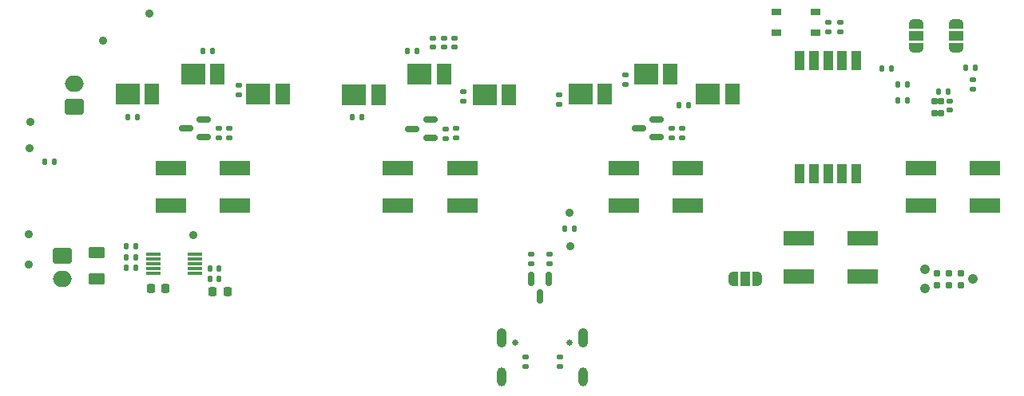
<source format=gbr>
G04 #@! TF.GenerationSoftware,KiCad,Pcbnew,7.0.5*
G04 #@! TF.CreationDate,2023-12-24T10:56:33+03:00*
G04 #@! TF.ProjectId,ALERT_RIDER_HARDWARE,414c4552-545f-4524-9944-45525f484152,rev?*
G04 #@! TF.SameCoordinates,Original*
G04 #@! TF.FileFunction,Soldermask,Top*
G04 #@! TF.FilePolarity,Negative*
%FSLAX46Y46*%
G04 Gerber Fmt 4.6, Leading zero omitted, Abs format (unit mm)*
G04 Created by KiCad (PCBNEW 7.0.5) date 2023-12-24 10:56:33*
%MOMM*%
%LPD*%
G01*
G04 APERTURE LIST*
G04 Aperture macros list*
%AMRoundRect*
0 Rectangle with rounded corners*
0 $1 Rounding radius*
0 $2 $3 $4 $5 $6 $7 $8 $9 X,Y pos of 4 corners*
0 Add a 4 corners polygon primitive as box body*
4,1,4,$2,$3,$4,$5,$6,$7,$8,$9,$2,$3,0*
0 Add four circle primitives for the rounded corners*
1,1,$1+$1,$2,$3*
1,1,$1+$1,$4,$5*
1,1,$1+$1,$6,$7*
1,1,$1+$1,$8,$9*
0 Add four rect primitives between the rounded corners*
20,1,$1+$1,$2,$3,$4,$5,0*
20,1,$1+$1,$4,$5,$6,$7,0*
20,1,$1+$1,$6,$7,$8,$9,0*
20,1,$1+$1,$8,$9,$2,$3,0*%
%AMFreePoly0*
4,1,19,0.550000,-0.750000,0.000000,-0.750000,0.000000,-0.744911,-0.071157,-0.744911,-0.207708,-0.704816,-0.327430,-0.627875,-0.420627,-0.520320,-0.479746,-0.390866,-0.500000,-0.250000,-0.500000,0.250000,-0.479746,0.390866,-0.420627,0.520320,-0.327430,0.627875,-0.207708,0.704816,-0.071157,0.744911,0.000000,0.744911,0.000000,0.750000,0.550000,0.750000,0.550000,-0.750000,0.550000,-0.750000,
$1*%
%AMFreePoly1*
4,1,19,0.000000,0.744911,0.071157,0.744911,0.207708,0.704816,0.327430,0.627875,0.420627,0.520320,0.479746,0.390866,0.500000,0.250000,0.500000,-0.250000,0.479746,-0.390866,0.420627,-0.520320,0.327430,-0.627875,0.207708,-0.704816,0.071157,-0.744911,0.000000,-0.744911,0.000000,-0.750000,-0.550000,-0.750000,-0.550000,0.750000,0.000000,0.750000,0.000000,0.744911,0.000000,0.744911,
$1*%
G04 Aperture macros list end*
%ADD10RoundRect,0.147500X0.172500X-0.147500X0.172500X0.147500X-0.172500X0.147500X-0.172500X-0.147500X0*%
%ADD11C,0.900000*%
%ADD12RoundRect,0.135000X0.135000X0.185000X-0.135000X0.185000X-0.135000X-0.185000X0.135000X-0.185000X0*%
%ADD13RoundRect,0.135000X-0.185000X0.135000X-0.185000X-0.135000X0.185000X-0.135000X0.185000X0.135000X0*%
%ADD14RoundRect,0.225000X-0.225000X-0.250000X0.225000X-0.250000X0.225000X0.250000X-0.225000X0.250000X0*%
%ADD15RoundRect,0.140000X0.170000X-0.140000X0.170000X0.140000X-0.170000X0.140000X-0.170000X-0.140000X0*%
%ADD16RoundRect,0.135000X0.185000X-0.135000X0.185000X0.135000X-0.185000X0.135000X-0.185000X-0.135000X0*%
%ADD17R,3.200000X1.500000*%
%ADD18RoundRect,0.135000X-0.135000X-0.185000X0.135000X-0.185000X0.135000X0.185000X-0.135000X0.185000X0*%
%ADD19RoundRect,0.150000X0.587500X0.150000X-0.587500X0.150000X-0.587500X-0.150000X0.587500X-0.150000X0*%
%ADD20FreePoly0,270.000000*%
%ADD21R,1.500000X1.000000*%
%ADD22FreePoly1,270.000000*%
%ADD23RoundRect,0.150000X-0.150000X0.587500X-0.150000X-0.587500X0.150000X-0.587500X0.150000X0.587500X0*%
%ADD24R,2.500000X2.200000*%
%ADD25R,1.550000X2.200000*%
%ADD26RoundRect,0.147500X-0.147500X-0.172500X0.147500X-0.172500X0.147500X0.172500X-0.147500X0.172500X0*%
%ADD27R,1.100000X2.000000*%
%ADD28RoundRect,0.102000X0.200000X-0.250000X0.200000X0.250000X-0.200000X0.250000X-0.200000X-0.250000X0*%
%ADD29RoundRect,0.250000X-0.625000X0.375000X-0.625000X-0.375000X0.625000X-0.375000X0.625000X0.375000X0*%
%ADD30RoundRect,0.140000X-0.140000X-0.170000X0.140000X-0.170000X0.140000X0.170000X-0.140000X0.170000X0*%
%ADD31FreePoly0,180.000000*%
%ADD32R,1.000000X1.500000*%
%ADD33FreePoly1,180.000000*%
%ADD34RoundRect,0.050000X0.725000X-0.150000X0.725000X0.150000X-0.725000X0.150000X-0.725000X-0.150000X0*%
%ADD35R,1.050000X0.650000*%
%ADD36C,1.067000*%
%ADD37C,0.787000*%
%ADD38RoundRect,0.250000X-0.750000X0.600000X-0.750000X-0.600000X0.750000X-0.600000X0.750000X0.600000X0*%
%ADD39O,2.000000X1.700000*%
%ADD40C,0.650000*%
%ADD41O,1.000000X2.000000*%
%ADD42O,1.050000X2.100000*%
%ADD43RoundRect,0.250000X0.750000X-0.600000X0.750000X0.600000X-0.750000X0.600000X-0.750000X-0.600000X0*%
G04 APERTURE END LIST*
D10*
X151400000Y-59285000D03*
X151400000Y-58315000D03*
D11*
X111100000Y-70200000D03*
D12*
X154110000Y-54800000D03*
X153090000Y-54800000D03*
D13*
X117000000Y-55580000D03*
X117000000Y-56600000D03*
D12*
X111630000Y-71890000D03*
X110610000Y-71890000D03*
D14*
X73275000Y-78600000D03*
X74825000Y-78600000D03*
D15*
X138500000Y-50945000D03*
X138500000Y-49985000D03*
D13*
X106450000Y-85540000D03*
X106450000Y-86560000D03*
D16*
X153800000Y-57110000D03*
X153800000Y-56090000D03*
D17*
X68840000Y-65420000D03*
X75640000Y-65420000D03*
X68840000Y-69420000D03*
X75640000Y-69420000D03*
D18*
X88090000Y-60000000D03*
X89110000Y-60000000D03*
D13*
X110000000Y-57690000D03*
X110000000Y-58710000D03*
D11*
X66550000Y-49000000D03*
X53850000Y-63300000D03*
D19*
X120307500Y-62190000D03*
X120307500Y-60290000D03*
X118432500Y-61240000D03*
D11*
X61600000Y-51875000D03*
D14*
X66725000Y-78250000D03*
X68275000Y-78250000D03*
D15*
X96629000Y-52610000D03*
X96629000Y-51650000D03*
D12*
X56510000Y-64800000D03*
X55490000Y-64800000D03*
D20*
X152100000Y-50100000D03*
D21*
X152100000Y-51400000D03*
D22*
X152100000Y-52700000D03*
D18*
X145890000Y-56600000D03*
X146910000Y-56600000D03*
D17*
X148320000Y-65450000D03*
X155120000Y-65450000D03*
X148320000Y-69450000D03*
X155120000Y-69450000D03*
D18*
X64290000Y-60000000D03*
X65310000Y-60000000D03*
D13*
X99040000Y-61250000D03*
X99040000Y-62270000D03*
D15*
X98929000Y-52610000D03*
X98929000Y-51650000D03*
D11*
X71200000Y-72600000D03*
D12*
X65100000Y-73750000D03*
X64080000Y-73750000D03*
D13*
X123040000Y-61220000D03*
X123040000Y-62240000D03*
D20*
X147800000Y-50100000D03*
D21*
X147800000Y-51400000D03*
D22*
X147800000Y-52700000D03*
D23*
X108920000Y-77232500D03*
X107020000Y-77232500D03*
X107970000Y-79107500D03*
D24*
X95200000Y-55470000D03*
D25*
X97775000Y-55470000D03*
D19*
X96307500Y-62220000D03*
X96307500Y-60320000D03*
X94432500Y-61270000D03*
D11*
X53750000Y-75700000D03*
D12*
X123710000Y-58800000D03*
X122690000Y-58800000D03*
X145210000Y-54900000D03*
X144190000Y-54900000D03*
D24*
X78070000Y-57620000D03*
D25*
X80645000Y-57620000D03*
D24*
X71200000Y-55440000D03*
D25*
X73775000Y-55440000D03*
D17*
X135340000Y-72950000D03*
X142140000Y-72950000D03*
X135340000Y-76950000D03*
X142140000Y-76950000D03*
D19*
X72307500Y-62190000D03*
X72307500Y-60290000D03*
X70432500Y-61240000D03*
D24*
X125750000Y-57600000D03*
D25*
X128325000Y-57600000D03*
D24*
X88250000Y-57650000D03*
D25*
X90825000Y-57650000D03*
D26*
X150215000Y-57300000D03*
X151185000Y-57300000D03*
D12*
X65100000Y-74900000D03*
X64080000Y-74900000D03*
D24*
X119200000Y-55440000D03*
D25*
X121775000Y-55440000D03*
D13*
X139750000Y-49955000D03*
X139750000Y-50975000D03*
D27*
X141480000Y-54060000D03*
X139980000Y-54060000D03*
X138480000Y-54060000D03*
X136980000Y-54060000D03*
X135480000Y-54060000D03*
X135480000Y-66060000D03*
X136980000Y-66060000D03*
X138480000Y-66060000D03*
X139980000Y-66060000D03*
X141480000Y-66060000D03*
D13*
X121930000Y-61260000D03*
X121930000Y-62280000D03*
X99800000Y-57290000D03*
X99800000Y-58310000D03*
D28*
X149750000Y-59650000D03*
X150450000Y-59650000D03*
X150450000Y-58350000D03*
X149750000Y-58350000D03*
D29*
X61000000Y-74400000D03*
X61000000Y-77200000D03*
D13*
X75040000Y-61220000D03*
X75040000Y-62240000D03*
D30*
X72970000Y-76100000D03*
X73930000Y-76100000D03*
D12*
X94910000Y-53000000D03*
X93890000Y-53000000D03*
D30*
X72970000Y-77250000D03*
X73930000Y-77250000D03*
D13*
X110050000Y-85540000D03*
X110050000Y-86560000D03*
D11*
X53750000Y-72500000D03*
D17*
X116830000Y-65450000D03*
X123630000Y-65450000D03*
X116830000Y-69450000D03*
X123630000Y-69450000D03*
D15*
X97829000Y-52610000D03*
X97829000Y-51650000D03*
D13*
X73930000Y-61260000D03*
X73930000Y-62280000D03*
D16*
X108930000Y-75590000D03*
X108930000Y-74570000D03*
D18*
X72180000Y-53000000D03*
X73200000Y-53000000D03*
D12*
X65100000Y-76000000D03*
X64080000Y-76000000D03*
D24*
X64250000Y-57620000D03*
D25*
X66825000Y-57620000D03*
D24*
X112250000Y-57620000D03*
D25*
X114825000Y-57620000D03*
D16*
X107020000Y-75590000D03*
X107020000Y-74570000D03*
D11*
X53900000Y-60575000D03*
X111200000Y-73750000D03*
D18*
X145890000Y-58300000D03*
X146910000Y-58300000D03*
D24*
X102070000Y-57650000D03*
D25*
X104645000Y-57650000D03*
D31*
X131000000Y-77200000D03*
D32*
X129700000Y-77200000D03*
D33*
X128400000Y-77200000D03*
D13*
X76000000Y-56690000D03*
X76000000Y-57710000D03*
D34*
X71400000Y-76600000D03*
X71400000Y-76100000D03*
X71400000Y-75600000D03*
X71400000Y-75100000D03*
X71400000Y-74600000D03*
X67000000Y-74600000D03*
X67000000Y-75100000D03*
X67000000Y-75600000D03*
X67000000Y-76100000D03*
X67000000Y-76600000D03*
D35*
X133025000Y-48900000D03*
X137175000Y-48900000D03*
X133025000Y-51050000D03*
X137175000Y-51050000D03*
D17*
X92920000Y-65440000D03*
X99720000Y-65440000D03*
X92920000Y-69440000D03*
X99720000Y-69440000D03*
D13*
X97930000Y-61290000D03*
X97930000Y-62310000D03*
D36*
X153840000Y-77250000D03*
X148760000Y-78266000D03*
X148760000Y-76234000D03*
D37*
X152570000Y-76615000D03*
X152570000Y-77885000D03*
X151300000Y-76615000D03*
X151300000Y-77885000D03*
X150030000Y-76615000D03*
X150030000Y-77885000D03*
D38*
X57350000Y-74750000D03*
D39*
X57350000Y-77250000D03*
D40*
X111070000Y-83990000D03*
X105290000Y-83990000D03*
D41*
X112500000Y-87670000D03*
D42*
X112500000Y-83490000D03*
D41*
X103860000Y-87670000D03*
D42*
X103860000Y-83490000D03*
D43*
X58600000Y-58950000D03*
D39*
X58600000Y-56450000D03*
M02*

</source>
